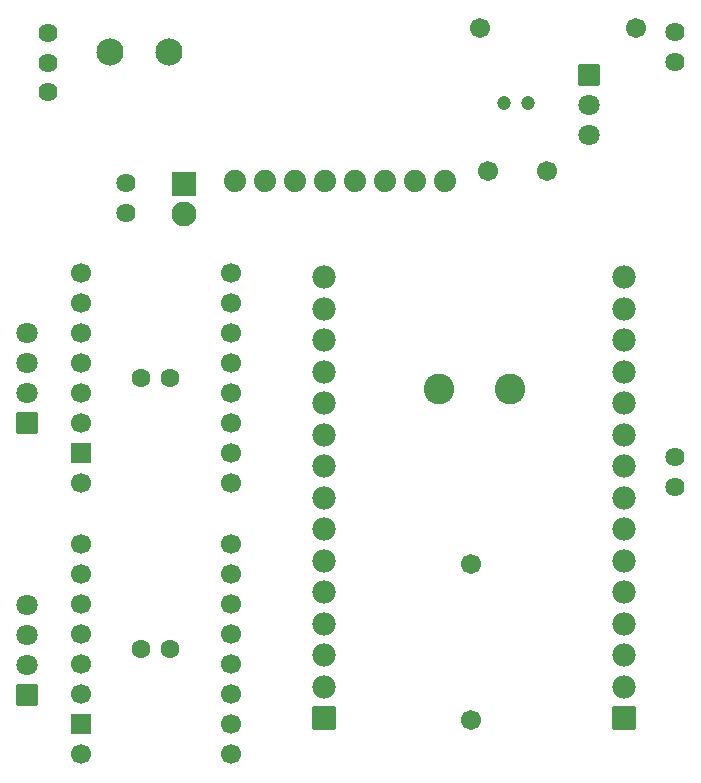
<source format=gbs>
G04 Layer: BottomSolderMaskLayer*
G04 EasyEDA v6.5.50, 2025-06-12 12:21:42*
G04 5a30a698f2604c48907cf2a2958ab60a,01d3e6036b464142aa991e197958fd7d,10*
G04 Gerber Generator version 0.2*
G04 Scale: 100 percent, Rotated: No, Reflected: No *
G04 Dimensions in millimeters *
G04 leading zeros omitted , absolute positions ,4 integer and 5 decimal *
%FSLAX45Y45*%
%MOMM*%

%AMMACRO1*4,1,8,-0.8711,-0.9008,-0.9008,-0.8708,-0.9008,0.8711,-0.8711,0.9008,0.8708,0.9008,0.9008,0.8711,0.9008,-0.8708,0.8708,-0.9008,-0.8711,-0.9008,0*%
%AMMACRO2*4,1,8,-1.0211,-1.0508,-1.0508,-1.0208,-1.0508,1.0211,-1.0211,1.0508,1.0208,1.0508,1.0508,1.0211,1.0508,-1.0208,1.0208,-1.0508,-1.0211,-1.0508,0*%
%AMMACRO3*4,1,8,-0.8208,-0.8501,-0.85,-0.8207,-0.85,0.8209,-0.8208,0.8501,0.8205,0.8501,0.85,0.8209,0.85,-0.8207,0.8205,-0.8501,-0.8208,-0.8501,0*%
%AMMACRO4*4,1,8,-0.9312,-0.9906,-0.9906,-0.9309,-0.9906,0.9312,-0.9312,0.9906,0.9309,0.9906,0.9906,0.9312,0.9906,-0.9309,0.9309,-0.9906,-0.9312,-0.9906,0*%
%ADD10C,2.6000*%
%ADD11C,1.6000*%
%ADD12C,1.2000*%
%ADD13C,1.7016*%
%ADD14MACRO1*%
%ADD15C,1.8016*%
%ADD16MACRO2*%
%ADD17C,2.1016*%
%ADD18C,1.7000*%
%ADD19MACRO3*%
%ADD20C,1.9812*%
%ADD21MACRO4*%
%ADD22C,1.8796*%
%ADD23C,1.6256*%
%ADD24C,1.6240*%
%ADD25C,2.3016*%
%ADD26C,0.0180*%

%LPD*%
D10*
G01*
X5499988Y3699992D03*
G01*
X4899990Y3699992D03*
D11*
G01*
X2624988Y3799992D03*
G01*
X2375001Y3799992D03*
G01*
X2624988Y1499996D03*
G01*
X2375001Y1499996D03*
D12*
G01*
X5649899Y6121400D03*
G01*
X5449900Y6121400D03*
D13*
G01*
X5312613Y5549900D03*
G01*
X5812612Y5549900D03*
D14*
G01*
X1414614Y3416287D03*
D15*
G01*
X1414602Y3670300D03*
G01*
X1414602Y3924300D03*
G01*
X1414602Y4178300D03*
D14*
G01*
X1414614Y1116291D03*
D15*
G01*
X1414602Y1370304D03*
G01*
X1414602Y1624304D03*
G01*
X1414602Y1878304D03*
D14*
G01*
X6172212Y6362687D03*
D15*
G01*
X6172200Y6108700D03*
G01*
X6172200Y5854700D03*
D16*
G01*
X2743200Y5435600D03*
D17*
G01*
X2743200Y5181600D03*
D13*
G01*
X5245506Y6756400D03*
G01*
X6565493Y6756400D03*
G01*
X5168900Y2222093D03*
G01*
X5168900Y902106D03*
D18*
G01*
X3134995Y4688992D03*
G01*
X3134995Y4434992D03*
G01*
X3134995Y4180992D03*
G01*
X3134995Y3926992D03*
G01*
X3134995Y3672992D03*
G01*
X3134995Y3418992D03*
G01*
X3134995Y3164992D03*
G01*
X3134995Y2910992D03*
G01*
X1864995Y4688992D03*
G01*
X1864995Y4434992D03*
G01*
X1864995Y4180992D03*
G01*
X1864995Y3926992D03*
G01*
X1864995Y3672992D03*
G01*
X1864995Y3418992D03*
D19*
G01*
X1865007Y3164992D03*
D18*
G01*
X1864995Y2910992D03*
G01*
X3134995Y2388996D03*
G01*
X3134995Y2134996D03*
G01*
X3134995Y1880996D03*
G01*
X3134995Y1626996D03*
G01*
X3134995Y1372996D03*
G01*
X3134995Y1118996D03*
G01*
X3134995Y864996D03*
G01*
X3134995Y610996D03*
G01*
X1864995Y2388996D03*
G01*
X1864995Y2134996D03*
G01*
X1864995Y1880996D03*
G01*
X1864995Y1626996D03*
G01*
X1864995Y1372996D03*
G01*
X1864995Y1118996D03*
D19*
G01*
X1865007Y864997D03*
D18*
G01*
X1864995Y610996D03*
D20*
G01*
X3922064Y4651527D03*
G01*
X3922064Y4384827D03*
G01*
X3922064Y4118127D03*
G01*
X3922064Y3851427D03*
G01*
X3922064Y3584727D03*
G01*
X3922064Y3318027D03*
G01*
X3922064Y3051327D03*
G01*
X3922064Y2784627D03*
G01*
X3922064Y2517927D03*
G01*
X3922064Y2251227D03*
G01*
X3922064Y1984527D03*
G01*
X3922064Y1717827D03*
G01*
X3922064Y1451127D03*
G01*
X3922064Y1184427D03*
D21*
G01*
X3922064Y917702D03*
G01*
X6462064Y917702D03*
D20*
G01*
X6462064Y1184402D03*
G01*
X6462064Y1451102D03*
G01*
X6462064Y1717802D03*
G01*
X6462064Y1984502D03*
G01*
X6462064Y2251202D03*
G01*
X6462064Y2517902D03*
G01*
X6462064Y2784602D03*
G01*
X6462064Y3051302D03*
G01*
X6462064Y3318002D03*
G01*
X6462064Y3584702D03*
G01*
X6462064Y3851402D03*
G01*
X6462064Y4118102D03*
G01*
X6462064Y4384802D03*
G01*
X6462064Y4651502D03*
D22*
G01*
X3937000Y5461000D03*
G01*
X4191000Y5461000D03*
G01*
X3683000Y5461000D03*
G01*
X3429000Y5461000D03*
G01*
X3175000Y5461000D03*
G01*
X4445000Y5461000D03*
G01*
X4699000Y5461000D03*
G01*
X4953000Y5461000D03*
D23*
G01*
X6899986Y6726986D03*
G01*
X6899986Y6472986D03*
G01*
X6899986Y3126994D03*
G01*
X6899986Y2872994D03*
G01*
X2247900Y5448300D03*
G01*
X2247900Y5194300D03*
D24*
G01*
X1587500Y6214287D03*
G01*
X1587500Y6464300D03*
G01*
X1587500Y6714286D03*
D25*
G01*
X2612186Y6553200D03*
G01*
X2112213Y6553200D03*
M02*

</source>
